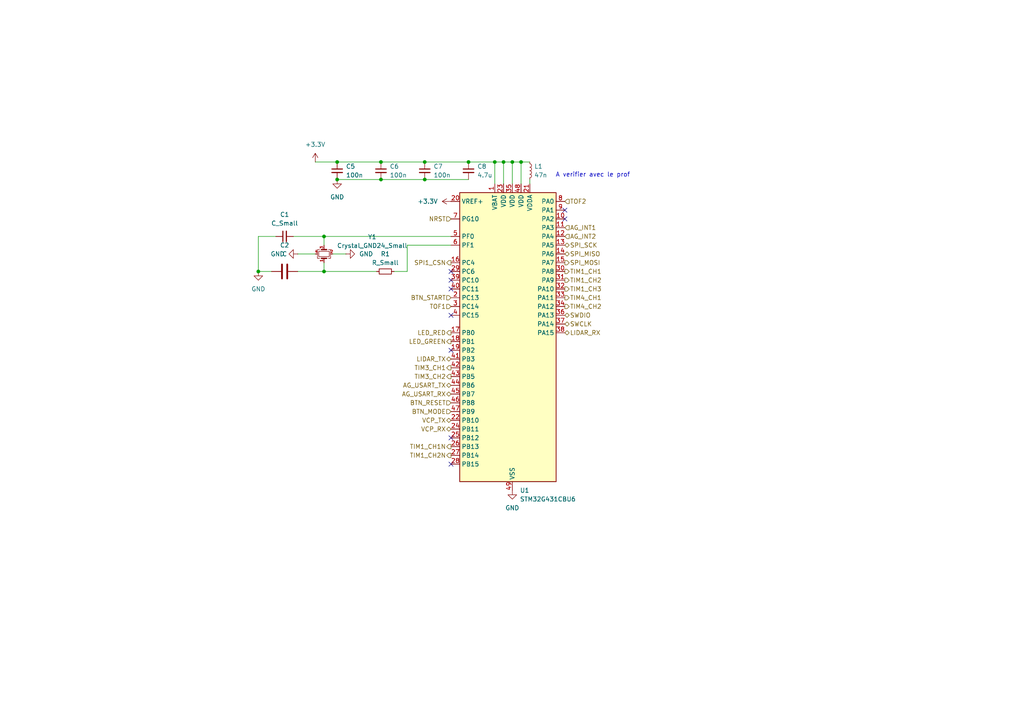
<source format=kicad_sch>
(kicad_sch (version 20231120) (generator "eeschema") (generator_version "8.0")
  (paper "A4")
  (lib_symbols
    (symbol "Device:C" (pin_numbers hide) (pin_names (offset 0.254))
      (property "Reference" "C" (at 0.635 2.54 0))
      (property "Value" "C" (at 0.635 -2.54 0))
      (symbol "C_0_1"
        (polyline (pts (xy -2.032 -0.762) (xy 2.032 -0.762)) (stroke (width 0.508)))
        (polyline (pts (xy -2.032 0.762) (xy 2.032 0.762)) (stroke (width 0.508)))
      )
      (symbol "C_1_1"
        (pin passive line (at 0 3.81 270) (length 2.794) (name "~") (number "1"))
        (pin passive line (at 0 -3.81 90) (length 2.794) (name "~") (number "2"))
      )
    )
    (symbol "Device:C_Small" (pin_numbers hide) (pin_names (offset 0.254) hide)
      (property "Reference" "C" (at 0.254 1.778 0))
      (property "Value" "C_Small" (at 0.254 -2.032 0))
      (symbol "C_Small_0_1"
        (polyline (pts (xy -1.524 -0.508) (xy 1.524 -0.508)) (stroke (width 0.3302)))
        (polyline (pts (xy -1.524 0.508) (xy 1.524 0.508)) (stroke (width 0.3048)))
      )
      (symbol "C_Small_1_1"
        (pin passive line (at 0 2.54 270) (length 2.032) (name "~") (number "1"))
        (pin passive line (at 0 -2.54 90) (length 2.032) (name "~") (number "2"))
      )
    )
    (symbol "Device:Crystal_GND24_Small" (pin_names (offset 1.016) hide)
      (property "Reference" "Y" (at 1.27 4.445 0))
      (property "Value" "Crystal_GND24_Small" (at 1.27 2.54 0))
      (symbol "Crystal_GND24_Small_0_1"
        (rectangle (start -0.762 -1.524) (end 0.762 1.524))
        (polyline (pts (xy -1.27 -0.762) (xy -1.27 0.762)) (stroke (width 0.381)))
        (polyline (pts (xy 1.27 -0.762) (xy 1.27 0.762)) (stroke (width 0.381)))
        (polyline (pts (xy -1.27 -1.27) (xy -1.27 -1.905) (xy 1.27 -1.905) (xy 1.27 -1.27)))
        (polyline (pts (xy -1.27 1.27) (xy -1.27 1.905) (xy 1.27 1.905) (xy 1.27 1.27)))
      )
      (symbol "Crystal_GND24_Small_1_1"
        (pin passive line (at -2.54 0 0) (length 1.27) (name "1") (number "1"))
        (pin passive line (at 0 -2.54 90) (length 0.635) (name "2") (number "2"))
        (pin passive line (at 2.54 0 180) (length 1.27) (name "3") (number "3"))
        (pin passive line (at 0 2.54 270) (length 0.635) (name "4") (number "4"))
      )
    )
    (symbol "Device:L_Small" (pin_numbers hide) (pin_names (offset 0.254) hide)
      (property "Reference" "L" (at 0.762 1.016 0))
      (property "Value" "L_Small" (at 0.762 -1.016 0))
      (symbol "L_Small_0_1"
        (arc (start 0 -2.032) (mid 0.5058 -1.524) (end 0 -1.016))
        (arc (start 0 -1.016) (mid 0.5058 -0.508) (end 0 0))
        (arc (start 0 0) (mid 0.5058 0.508) (end 0 1.016))
        (arc (start 0 1.016) (mid 0.5058 1.524) (end 0 2.032))
      )
      (symbol "L_Small_1_1"
        (pin passive line (at 0 2.54 270) (length 0.508) (name "~") (number "1"))
        (pin passive line (at 0 -2.54 90) (length 0.508) (name "~") (number "2"))
      )
    )
    (symbol "Device:R_Small" (pin_numbers hide) (pin_names (offset 0.254) hide)
      (property "Reference" "R" (at 0.762 0.508 0))
      (property "Value" "R_Small" (at 0.762 -1.016 0))
      (symbol "R_Small_0_1"
        (rectangle (start -0.762 1.778) (end 0.762 -1.778) (stroke (width 0.2032)))
      )
      (symbol "R_Small_1_1"
        (pin passive line (at 0 2.54 270) (length 0.762) (name "~") (number "1"))
        (pin passive line (at 0 -2.54 90) (length 0.762) (name "~") (number "2"))
      )
    )
    (symbol "MCU_ST_STM32G4:STM32G431CBUx"
      (property "Reference" "U" (at -12.7 44.45 0))
      (property "Value" "STM32G431CBUx" (at 10.16 44.45 0))
      (symbol "STM32G431CBUx_0_1"
        (rectangle (start -12.7 -40.64) (end 15.24 43.18) (stroke (width 0.254)) (fill (type background)))
      )
      (symbol "STM32G431CBUx_1_1"
        (pin power_in line (at -2.54 45.72 270) (length 2.54) (name "VBAT") (number "1"))
        (pin bidirectional line (at 17.78 35.56 180) (length 2.54) (name "PA2") (number "10"))
        (pin bidirectional line (at 17.78 33.02 180) (length 2.54) (name "PA3") (number "11"))
        (pin bidirectional line (at 17.78 30.48 180) (length 2.54) (name "PA4") (number "12"))
        (pin bidirectional line (at 17.78 27.94 180) (length 2.54) (name "PA5") (number "13"))
        (pin bidirectional line (at 17.78 25.4 180) (length 2.54) (name "PA6") (number "14"))
        (pin bidirectional line (at 17.78 22.86 180) (length 2.54) (name "PA7") (number "15"))
        (pin bidirectional line (at -15.24 22.86 0) (length 2.54) (name "PC4") (number "16"))
        (pin bidirectional line (at -15.24 2.54 0) (length 2.54) (name "PB0") (number "17"))
        (pin bidirectional line (at -15.24 0 0) (length 2.54) (name "PB1") (number "18"))
        (pin bidirectional line (at -15.24 -2.54 0) (length 2.54) (name "PB2") (number "19"))
        (pin bidirectional line (at -15.24 12.7 0) (length 2.54) (name "PC13") (number "2"))
        (pin input line (at -15.24 40.64 0) (length 2.54) (name "VREF+") (number "20"))
        (pin power_in line (at 7.62 45.72 270) (length 2.54) (name "VDDA") (number "21"))
        (pin bidirectional line (at -15.24 -22.86 0) (length 2.54) (name "PB10") (number "22"))
        (pin power_in line (at 0 45.72 270) (length 2.54) (name "VDD") (number "23"))
        (pin bidirectional line (at -15.24 -25.4 0) (length 2.54) (name "PB11") (number "24"))
        (pin bidirectional line (at -15.24 -27.94 0) (length 2.54) (name "PB12") (number "25"))
        (pin bidirectional line (at -15.24 -30.48 0) (length 2.54) (name "PB13") (number "26"))
        (pin bidirectional line (at -15.24 -33.02 0) (length 2.54) (name "PB14") (number "27"))
        (pin bidirectional line (at -15.24 -35.56 0) (length 2.54) (name "PB15") (number "28"))
        (pin bidirectional line (at -15.24 20.32 0) (length 2.54) (name "PC6") (number "29"))
        (pin bidirectional line (at -15.24 10.16 0) (length 2.54) (name "PC14") (number "3"))
        (pin bidirectional line (at 17.78 20.32 180) (length 2.54) (name "PA8") (number "30"))
        (pin bidirectional line (at 17.78 17.78 180) (length 2.54) (name "PA9") (number "31"))
        (pin bidirectional line (at 17.78 15.24 180) (length 2.54) (name "PA10") (number "32"))
        (pin bidirectional line (at 17.78 12.7 180) (length 2.54) (name "PA11") (number "33"))
        (pin bidirectional line (at 17.78 10.16 180) (length 2.54) (name "PA12") (number "34"))
        (pin power_in line (at 2.54 45.72 270) (length 2.54) (name "VDD") (number "35"))
        (pin bidirectional line (at 17.78 7.62 180) (length 2.54) (name "PA13") (number "36"))
        (pin bidirectional line (at 17.78 5.08 180) (length 2.54) (name "PA14") (number "37"))
        (pin bidirectional line (at 17.78 2.54 180) (length 2.54) (name "PA15") (number "38"))
        (pin bidirectional line (at -15.24 17.78 0) (length 2.54) (name "PC10") (number "39"))
        (pin bidirectional line (at -15.24 7.62 0) (length 2.54) (name "PC15") (number "4"))
        (pin bidirectional line (at -15.24 15.24 0) (length 2.54) (name "PC11") (number "40"))
        (pin bidirectional line (at -15.24 -5.08 0) (length 2.54) (name "PB3") (number "41"))
        (pin bidirectional line (at -15.24 -7.62 0) (length 2.54) (name "PB4") (number "42"))
        (pin bidirectional line (at -15.24 -10.16 0) (length 2.54) (name "PB5") (number "43"))
        (pin bidirectional line (at -15.24 -12.7 0) (length 2.54) (name "PB6") (number "44"))
        (pin bidirectional line (at -15.24 -15.24 0) (length 2.54) (name "PB7") (number "45"))
        (pin bidirectional line (at -15.24 -17.78 0) (length 2.54) (name "PB8") (number "46"))
        (pin bidirectional line (at -15.24 -20.32 0) (length 2.54) (name "PB9") (number "47"))
        (pin power_in line (at 5.08 45.72 270) (length 2.54) (name "VDD") (number "48"))
        (pin power_in line (at 2.54 -43.18 90) (length 2.54) (name "VSS") (number "49"))
        (pin bidirectional line (at -15.24 30.48 0) (length 2.54) (name "PF0") (number "5"))
        (pin bidirectional line (at -15.24 27.94 0) (length 2.54) (name "PF1") (number "6"))
        (pin bidirectional line (at -15.24 35.56 0) (length 2.54) (name "PG10") (number "7"))
        (pin bidirectional line (at 17.78 40.64 180) (length 2.54) (name "PA0") (number "8"))
        (pin bidirectional line (at 17.78 38.1 180) (length 2.54) (name "PA1") (number "9"))
      )
    )
    (symbol "power:+3.3V" (power) (pin_numbers hide) (pin_names (offset 0) hide)
      (property "Value" "+3.3V" (at 0 3.556 0))
      (symbol "+3.3V_0_1"
        (polyline (pts (xy -0.762 1.27) (xy 0 2.54)))
        (polyline (pts (xy 0 0) (xy 0 2.54)))
        (polyline (pts (xy 0 2.54) (xy 0.762 1.27)))
      )
      (symbol "+3.3V_1_1"
        (pin power_in line (at 0 0 90) (length 0) (name "~") (number "1"))
      )
    )
    (symbol "power:GND" (power) (pin_numbers hide) (pin_names (offset 0) hide)
      (property "Value" "GND" (at 0 -3.81 0))
      (symbol "GND_0_1"
        (polyline (pts (xy 0 0) (xy 0 -1.27) (xy 1.27 -1.27) (xy 0 -2.54) (xy -1.27 -1.27) (xy 0 -1.27)))
      )
      (symbol "GND_1_1"
        (pin power_in line (at 0 0 270) (length 0) (name "~") (number "1"))
      )
    )
  )
  (junction (at 110.49 46.99))
  (junction (at 123.19 52.07))
  (junction (at 97.79 46.99))
  (junction (at 97.79 52.07))
  (junction (at 110.49 52.07))
  (junction (at 74.93 78.74))
  (junction (at 93.98 78.74))
  (junction (at 93.98 68.58))
  (junction (at 143.51 46.99))
  (junction (at 151.13 46.99))
  (junction (at 146.05 46.99))
  (junction (at 148.59 46.99))
  (junction (at 123.19 46.99))
  (junction (at 135.89 46.99))
  (no_connect (at 130.81 127))
  (no_connect (at 163.83 60.96))
  (no_connect (at 130.81 101.6))
  (no_connect (at 130.81 78.74))
  (no_connect (at 130.81 134.62))
  (no_connect (at 130.81 81.28))
  (no_connect (at 163.83 63.5))
  (no_connect (at 130.81 83.82))
  (no_connect (at 130.81 91.44))
  (wire (pts (xy 153.67 52.07) (xy 153.67 53.34)))
  (wire (pts (xy 93.98 76.2) (xy 93.98 78.74)))
  (wire (pts (xy 74.93 78.74) (xy 78.74 78.74)))
  (wire (pts (xy 146.05 46.99) (xy 146.05 53.34)))
  (wire (pts (xy 123.19 52.07) (xy 135.89 52.07)))
  (wire (pts (xy 123.19 46.99) (xy 135.89 46.99)))
  (wire (pts (xy 86.36 73.66) (xy 91.44 73.66)))
  (wire (pts (xy 143.51 46.99) (xy 143.51 53.34)))
  (wire (pts (xy 93.98 78.74) (xy 109.22 78.74)))
  (wire (pts (xy 97.79 52.07) (xy 110.49 52.07)))
  (wire (pts (xy 74.93 68.58) (xy 74.93 78.74)))
  (wire (pts (xy 110.49 46.99) (xy 123.19 46.99)))
  (wire (pts (xy 148.59 46.99) (xy 148.59 53.34)))
  (wire (pts (xy 146.05 46.99) (xy 148.59 46.99)))
  (wire (pts (xy 148.59 46.99) (xy 151.13 46.99)))
  (wire (pts (xy 151.13 46.99) (xy 153.67 46.99)))
  (wire (pts (xy 97.79 46.99) (xy 110.49 46.99)))
  (wire (pts (xy 114.3 78.74) (xy 118.11 78.74)))
  (wire (pts (xy 80.01 68.58) (xy 74.93 68.58)))
  (wire (pts (xy 91.44 46.99) (xy 97.79 46.99)))
  (wire (pts (xy 135.89 46.99) (xy 143.51 46.99)))
  (wire (pts (xy 93.98 68.58) (xy 93.98 71.12)))
  (wire (pts (xy 151.13 46.99) (xy 151.13 53.34)))
  (wire (pts (xy 86.36 78.74) (xy 93.98 78.74)))
  (wire (pts (xy 85.09 68.58) (xy 93.98 68.58)))
  (wire (pts (xy 143.51 46.99) (xy 146.05 46.99)))
  (wire (pts (xy 96.52 73.66) (xy 100.33 73.66)))
  (wire (pts (xy 118.11 71.12) (xy 130.81 71.12)))
  (wire (pts (xy 118.11 71.12) (xy 118.11 78.74)))
  (wire (pts (xy 110.49 52.07) (xy 123.19 52.07)))
  (wire (pts (xy 93.98 68.58) (xy 130.81 68.58)))
  (text "A verifier avec le prof\n" (at 171.958 50.8 0) (effects (font (size 1.27 1.27))))
  (hierarchical_label "TIM4_CH2" (shape output) (at 163.83 88.9 0))
  (hierarchical_label "LIDAR_TX" (shape bidirectional) (at 130.81 104.14 180))
  (hierarchical_label "TOF2" (shape input) (at 163.83 58.42 0))
  (hierarchical_label "TIM3_CH1" (shape output) (at 130.81 106.68 180))
  (hierarchical_label "SWCLK" (shape bidirectional) (at 163.83 93.98 0))
  (hierarchical_label "LED_GREEN" (shape output) (at 130.81 99.06 180))
  (hierarchical_label "AG_USART_TX" (shape bidirectional) (at 130.81 111.76 180))
  (hierarchical_label "SPI1_CSN" (shape output) (at 130.81 76.2 180))
  (hierarchical_label "TOF1" (shape input) (at 130.81 88.9 180))
  (hierarchical_label "SPI_MOSI" (shape output) (at 163.83 76.2 0))
  (hierarchical_label "TIM1_CH2N" (shape output) (at 130.81 132.08 180))
  (hierarchical_label "TIM1_CH3" (shape output) (at 163.83 83.82 0))
  (hierarchical_label "LIDAR_RX" (shape bidirectional) (at 163.83 96.52 0))
  (hierarchical_label "LED_RED" (shape output) (at 130.81 96.52 180))
  (hierarchical_label "AG_INT1" (shape input) (at 163.83 66.04 0))
  (hierarchical_label "NRST" (shape input) (at 130.81 63.5 180))
  (hierarchical_label "TIM4_CH1" (shape output) (at 163.83 86.36 0))
  (hierarchical_label "BTN_RESET" (shape input) (at 130.81 116.84 180))
  (hierarchical_label "VCP_TX" (shape bidirectional) (at 130.81 121.92 180))
  (hierarchical_label "SPI_MISO" (shape bidirectional) (at 163.83 73.66 0))
  (hierarchical_label "SPI_SCK" (shape bidirectional) (at 163.83 71.12 0))
  (hierarchical_label "TIM1_CH2" (shape output) (at 163.83 81.28 0))
  (hierarchical_label "BTN_MODE" (shape input) (at 130.81 119.38 180))
  (hierarchical_label "AG_INT2" (shape input) (at 163.83 68.58 0))
  (hierarchical_label "TIM3_CH2" (shape output) (at 130.81 109.22 180))
  (hierarchical_label "VCP_RX" (shape bidirectional) (at 130.81 124.46 180))
  (hierarchical_label "TIM1_CH1N" (shape output) (at 130.81 129.54 180))
  (hierarchical_label "TIM1_CH1" (shape output) (at 163.83 78.74 0))
  (hierarchical_label "BTN_START" (shape input) (at 130.81 86.36 180))
  (hierarchical_label "AG_USART_RX" (shape bidirectional) (at 130.81 114.3 180))
  (hierarchical_label "SWDIO" (shape bidirectional) (at 163.83 91.44 0))
  (symbol (lib_id "MCU_ST_STM32G4:STM32G431CBUx") (at 146.05 99.06 0) (unit 1)
    (property "Reference" "U1" (at 150.7841 142.24 0) (effects (justify left)))
    (property "Value" "STM32G431CBU6" (at 150.7841 144.78 0) (effects (justify left)))
    (property "Footprint" "Package_DFN_QFN:QFN-48-1EP_7x7mm_P0.5mm_EP5.6x5.6mm" (effects (hide yes)))
    (property "Datasheet" "https://www.st.com/resource/en/datasheet/stm32g431cb.pdf" (effects (hide yes)))
    (property "Description" "STMicroelectronics Arm Cortex-M4 MCU, 128KB flash, 32KB RAM, 170 MHz, 1.71-3.6V, 42 GPIO, UFQFPN48" (effects (hide yes)))
  )
  (symbol (lib_id "Device:L_Small") (at 153.67 49.53 0) (unit 1)
    (property "Reference" "L1" (at 154.94 48.2599 0) (effects (justify left)))
    (property "Value" "47n" (at 154.94 50.7999 0) (effects (justify left)))
    (property "Description" "Inductor, small symbol" (effects (hide yes)))
  )
  (symbol (lib_id "Device:Crystal_GND24_Small") (at 93.98 73.66 90) (unit 1)
    (property "Reference" "Y1" (at 107.95 68.7068 90))
    (property "Value" "Crystal_GND24_Small" (at 107.95 71.2468 90))
    (property "Description" "Four pin crystal, GND on pins 2 and 4, small symbol" (effects (hide yes)))
  )
  (symbol (lib_id "power:GND") (at 97.79 52.07 0) (unit 1)
    (property "Reference" "#PWR08" (effects (hide yes)))
    (property "Value" "GND" (at 97.79 57.15 0))
    (property "Description" "Power symbol creates a global label with name \"GND\" , ground" (effects (hide yes)))
  )
  (symbol (lib_id "Device:R_Small") (at 111.76 78.74 90) (unit 1)
    (property "Reference" "R1" (at 111.76 73.66 90))
    (property "Value" "R_Small" (at 111.76 76.2 90))
    (property "Description" "Resistor, small symbol" (effects (hide yes)))
  )
  (symbol (lib_id "Device:C_Small") (at 82.55 68.58 90) (unit 1)
    (property "Reference" "C1" (at 82.5563 62.23 90))
    (property "Value" "C_Small" (at 82.5563 64.77 90))
    (property "Description" "Unpolarized capacitor, small symbol" (effects (hide yes)))
  )
  (symbol (lib_id "power:GND") (at 100.33 73.66 90) (unit 1)
    (property "Reference" "#PWR01" (effects (hide yes)))
    (property "Value" "GND" (at 104.14 73.6599 90) (effects (justify right)))
    (property "Description" "Power symbol creates a global label with name \"GND\" , ground" (effects (hide yes)))
  )
  (symbol (lib_id "power:GND") (at 74.93 78.74 0) (unit 1)
    (property "Reference" "#PWR03" (effects (hide yes)))
    (property "Value" "GND" (at 74.93 83.82 0))
    (property "Description" "Power symbol creates a global label with name \"GND\" , ground" (effects (hide yes)))
  )
  (symbol (lib_id "power:GND") (at 148.59 142.24 0) (unit 1)
    (property "Reference" "#PWR04" (effects (hide yes)))
    (property "Value" "GND" (at 148.59 147.32 0))
    (property "Description" "Power symbol creates a global label with name \"GND\" , ground" (effects (hide yes)))
  )
  (symbol (lib_id "Device:C") (at 82.55 78.74 90) (unit 1)
    (property "Reference" "C2" (at 82.55 71.12 90))
    (property "Value" "C" (at 82.55 73.66 90))
    (property "Description" "Unpolarized capacitor" (effects (hide yes)))
  )
  (symbol (lib_id "Device:C_Small") (at 135.89 49.53 0) (unit 1)
    (property "Reference" "C8" (at 138.43 48.2662 0) (effects (justify left)))
    (property "Value" "4.7u" (at 138.43 50.8062 0) (effects (justify left)))
    (property "Description" "Unpolarized capacitor, small symbol" (effects (hide yes)))
  )
  (symbol (lib_id "power:+3.3V") (at 91.44 46.99 0) (unit 1)
    (property "Reference" "#PWR07" (effects (hide yes)))
    (property "Value" "+3.3V" (at 91.44 41.91 0))
    (property "Description" "Power symbol creates a global label with name \"+3.3V\"" (effects (hide yes)))
  )
  (symbol (lib_id "Device:C_Small") (at 97.79 49.53 0) (unit 1)
    (property "Reference" "C5" (at 100.33 48.2662 0) (effects (justify left)))
    (property "Value" "100n" (at 100.33 50.8062 0) (effects (justify left)))
    (property "Description" "Unpolarized capacitor, small symbol" (effects (hide yes)))
  )
  (symbol (lib_id "Device:C_Small") (at 110.49 49.53 0) (unit 1)
    (property "Reference" "C6" (at 113.03 48.2662 0) (effects (justify left)))
    (property "Value" "100n" (at 113.03 50.8062 0) (effects (justify left)))
    (property "Description" "Unpolarized capacitor, small symbol" (effects (hide yes)))
  )
  (symbol (lib_id "Device:C_Small") (at 123.19 49.53 0) (unit 1)
    (property "Reference" "C7" (at 125.73 48.2662 0) (effects (justify left)))
    (property "Value" "100n" (at 125.73 50.8062 0) (effects (justify left)))
    (property "Description" "Unpolarized capacitor, small symbol" (effects (hide yes)))
  )
  (symbol (lib_id "power:GND") (at 86.36 73.66 270) (unit 1)
    (property "Reference" "#PWR02" (effects (hide yes)))
    (property "Value" "GND" (at 82.55 73.6599 90) (effects (justify right)))
    (property "Description" "Power symbol creates a global label with name \"GND\" , ground" (effects (hide yes)))
  )
  (symbol (lib_id "power:+3.3V") (at 130.81 58.42 90) (unit 1)
    (property "Reference" "#PWR05" (effects (hide yes)))
    (property "Value" "+3.3V" (at 127 58.4199 90) (effects (justify left)))
    (property "Description" "Power symbol creates a global label with name \"+3.3V\"" (effects (hide yes)))
  )
)
</source>
